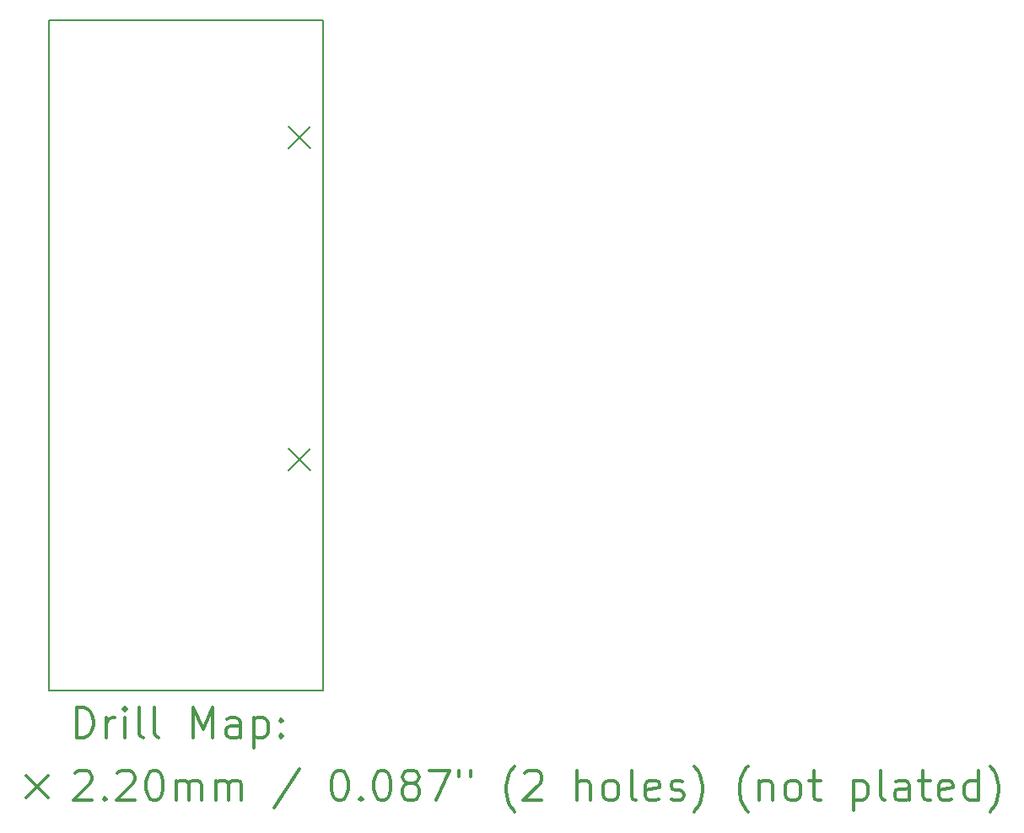
<source format=gbr>
%FSLAX45Y45*%
G04 Gerber Fmt 4.5, Leading zero omitted, Abs format (unit mm)*
G04 Created by KiCad (PCBNEW (5.0.0)) date 10/27/19 09:20:20*
%MOMM*%
%LPD*%
G01*
G04 APERTURE LIST*
%ADD10C,0.150000*%
%ADD11C,0.200000*%
%ADD12C,0.300000*%
G04 APERTURE END LIST*
D10*
X16164000Y-11902000D02*
X16163000Y-5178000D01*
X13407000Y-11904000D02*
X16164000Y-11902000D01*
X13406000Y-5177000D02*
X13407000Y-11904000D01*
X16163000Y-5178000D02*
X13406000Y-5177000D01*
D11*
X15813000Y-9479000D02*
X16033000Y-9699000D01*
X16033000Y-9479000D02*
X15813000Y-9699000D01*
X15813000Y-6244000D02*
X16033000Y-6464000D01*
X16033000Y-6244000D02*
X15813000Y-6464000D01*
D12*
X13684928Y-12377214D02*
X13684928Y-12077214D01*
X13756357Y-12077214D01*
X13799214Y-12091500D01*
X13827786Y-12120071D01*
X13842071Y-12148643D01*
X13856357Y-12205786D01*
X13856357Y-12248643D01*
X13842071Y-12305786D01*
X13827786Y-12334357D01*
X13799214Y-12362929D01*
X13756357Y-12377214D01*
X13684928Y-12377214D01*
X13984928Y-12377214D02*
X13984928Y-12177214D01*
X13984928Y-12234357D02*
X13999214Y-12205786D01*
X14013500Y-12191500D01*
X14042071Y-12177214D01*
X14070643Y-12177214D01*
X14170643Y-12377214D02*
X14170643Y-12177214D01*
X14170643Y-12077214D02*
X14156357Y-12091500D01*
X14170643Y-12105786D01*
X14184928Y-12091500D01*
X14170643Y-12077214D01*
X14170643Y-12105786D01*
X14356357Y-12377214D02*
X14327786Y-12362929D01*
X14313500Y-12334357D01*
X14313500Y-12077214D01*
X14513500Y-12377214D02*
X14484928Y-12362929D01*
X14470643Y-12334357D01*
X14470643Y-12077214D01*
X14856357Y-12377214D02*
X14856357Y-12077214D01*
X14956357Y-12291500D01*
X15056357Y-12077214D01*
X15056357Y-12377214D01*
X15327786Y-12377214D02*
X15327786Y-12220071D01*
X15313500Y-12191500D01*
X15284928Y-12177214D01*
X15227786Y-12177214D01*
X15199214Y-12191500D01*
X15327786Y-12362929D02*
X15299214Y-12377214D01*
X15227786Y-12377214D01*
X15199214Y-12362929D01*
X15184928Y-12334357D01*
X15184928Y-12305786D01*
X15199214Y-12277214D01*
X15227786Y-12262929D01*
X15299214Y-12262929D01*
X15327786Y-12248643D01*
X15470643Y-12177214D02*
X15470643Y-12477214D01*
X15470643Y-12191500D02*
X15499214Y-12177214D01*
X15556357Y-12177214D01*
X15584928Y-12191500D01*
X15599214Y-12205786D01*
X15613500Y-12234357D01*
X15613500Y-12320071D01*
X15599214Y-12348643D01*
X15584928Y-12362929D01*
X15556357Y-12377214D01*
X15499214Y-12377214D01*
X15470643Y-12362929D01*
X15742071Y-12348643D02*
X15756357Y-12362929D01*
X15742071Y-12377214D01*
X15727786Y-12362929D01*
X15742071Y-12348643D01*
X15742071Y-12377214D01*
X15742071Y-12191500D02*
X15756357Y-12205786D01*
X15742071Y-12220071D01*
X15727786Y-12205786D01*
X15742071Y-12191500D01*
X15742071Y-12220071D01*
X13178500Y-12761500D02*
X13398500Y-12981500D01*
X13398500Y-12761500D02*
X13178500Y-12981500D01*
X13670643Y-12735786D02*
X13684928Y-12721500D01*
X13713500Y-12707214D01*
X13784928Y-12707214D01*
X13813500Y-12721500D01*
X13827786Y-12735786D01*
X13842071Y-12764357D01*
X13842071Y-12792929D01*
X13827786Y-12835786D01*
X13656357Y-13007214D01*
X13842071Y-13007214D01*
X13970643Y-12978643D02*
X13984928Y-12992929D01*
X13970643Y-13007214D01*
X13956357Y-12992929D01*
X13970643Y-12978643D01*
X13970643Y-13007214D01*
X14099214Y-12735786D02*
X14113500Y-12721500D01*
X14142071Y-12707214D01*
X14213500Y-12707214D01*
X14242071Y-12721500D01*
X14256357Y-12735786D01*
X14270643Y-12764357D01*
X14270643Y-12792929D01*
X14256357Y-12835786D01*
X14084928Y-13007214D01*
X14270643Y-13007214D01*
X14456357Y-12707214D02*
X14484928Y-12707214D01*
X14513500Y-12721500D01*
X14527786Y-12735786D01*
X14542071Y-12764357D01*
X14556357Y-12821500D01*
X14556357Y-12892929D01*
X14542071Y-12950071D01*
X14527786Y-12978643D01*
X14513500Y-12992929D01*
X14484928Y-13007214D01*
X14456357Y-13007214D01*
X14427786Y-12992929D01*
X14413500Y-12978643D01*
X14399214Y-12950071D01*
X14384928Y-12892929D01*
X14384928Y-12821500D01*
X14399214Y-12764357D01*
X14413500Y-12735786D01*
X14427786Y-12721500D01*
X14456357Y-12707214D01*
X14684928Y-13007214D02*
X14684928Y-12807214D01*
X14684928Y-12835786D02*
X14699214Y-12821500D01*
X14727786Y-12807214D01*
X14770643Y-12807214D01*
X14799214Y-12821500D01*
X14813500Y-12850071D01*
X14813500Y-13007214D01*
X14813500Y-12850071D02*
X14827786Y-12821500D01*
X14856357Y-12807214D01*
X14899214Y-12807214D01*
X14927786Y-12821500D01*
X14942071Y-12850071D01*
X14942071Y-13007214D01*
X15084928Y-13007214D02*
X15084928Y-12807214D01*
X15084928Y-12835786D02*
X15099214Y-12821500D01*
X15127786Y-12807214D01*
X15170643Y-12807214D01*
X15199214Y-12821500D01*
X15213500Y-12850071D01*
X15213500Y-13007214D01*
X15213500Y-12850071D02*
X15227786Y-12821500D01*
X15256357Y-12807214D01*
X15299214Y-12807214D01*
X15327786Y-12821500D01*
X15342071Y-12850071D01*
X15342071Y-13007214D01*
X15927786Y-12692929D02*
X15670643Y-13078643D01*
X16313500Y-12707214D02*
X16342071Y-12707214D01*
X16370643Y-12721500D01*
X16384928Y-12735786D01*
X16399214Y-12764357D01*
X16413500Y-12821500D01*
X16413500Y-12892929D01*
X16399214Y-12950071D01*
X16384928Y-12978643D01*
X16370643Y-12992929D01*
X16342071Y-13007214D01*
X16313500Y-13007214D01*
X16284928Y-12992929D01*
X16270643Y-12978643D01*
X16256357Y-12950071D01*
X16242071Y-12892929D01*
X16242071Y-12821500D01*
X16256357Y-12764357D01*
X16270643Y-12735786D01*
X16284928Y-12721500D01*
X16313500Y-12707214D01*
X16542071Y-12978643D02*
X16556357Y-12992929D01*
X16542071Y-13007214D01*
X16527786Y-12992929D01*
X16542071Y-12978643D01*
X16542071Y-13007214D01*
X16742071Y-12707214D02*
X16770643Y-12707214D01*
X16799214Y-12721500D01*
X16813500Y-12735786D01*
X16827786Y-12764357D01*
X16842071Y-12821500D01*
X16842071Y-12892929D01*
X16827786Y-12950071D01*
X16813500Y-12978643D01*
X16799214Y-12992929D01*
X16770643Y-13007214D01*
X16742071Y-13007214D01*
X16713500Y-12992929D01*
X16699214Y-12978643D01*
X16684928Y-12950071D01*
X16670643Y-12892929D01*
X16670643Y-12821500D01*
X16684928Y-12764357D01*
X16699214Y-12735786D01*
X16713500Y-12721500D01*
X16742071Y-12707214D01*
X17013500Y-12835786D02*
X16984928Y-12821500D01*
X16970643Y-12807214D01*
X16956357Y-12778643D01*
X16956357Y-12764357D01*
X16970643Y-12735786D01*
X16984928Y-12721500D01*
X17013500Y-12707214D01*
X17070643Y-12707214D01*
X17099214Y-12721500D01*
X17113500Y-12735786D01*
X17127786Y-12764357D01*
X17127786Y-12778643D01*
X17113500Y-12807214D01*
X17099214Y-12821500D01*
X17070643Y-12835786D01*
X17013500Y-12835786D01*
X16984928Y-12850071D01*
X16970643Y-12864357D01*
X16956357Y-12892929D01*
X16956357Y-12950071D01*
X16970643Y-12978643D01*
X16984928Y-12992929D01*
X17013500Y-13007214D01*
X17070643Y-13007214D01*
X17099214Y-12992929D01*
X17113500Y-12978643D01*
X17127786Y-12950071D01*
X17127786Y-12892929D01*
X17113500Y-12864357D01*
X17099214Y-12850071D01*
X17070643Y-12835786D01*
X17227786Y-12707214D02*
X17427786Y-12707214D01*
X17299214Y-13007214D01*
X17527786Y-12707214D02*
X17527786Y-12764357D01*
X17642071Y-12707214D02*
X17642071Y-12764357D01*
X18084928Y-13121500D02*
X18070643Y-13107214D01*
X18042071Y-13064357D01*
X18027786Y-13035786D01*
X18013500Y-12992929D01*
X17999214Y-12921500D01*
X17999214Y-12864357D01*
X18013500Y-12792929D01*
X18027786Y-12750071D01*
X18042071Y-12721500D01*
X18070643Y-12678643D01*
X18084928Y-12664357D01*
X18184928Y-12735786D02*
X18199214Y-12721500D01*
X18227786Y-12707214D01*
X18299214Y-12707214D01*
X18327786Y-12721500D01*
X18342071Y-12735786D01*
X18356357Y-12764357D01*
X18356357Y-12792929D01*
X18342071Y-12835786D01*
X18170643Y-13007214D01*
X18356357Y-13007214D01*
X18713500Y-13007214D02*
X18713500Y-12707214D01*
X18842071Y-13007214D02*
X18842071Y-12850071D01*
X18827786Y-12821500D01*
X18799214Y-12807214D01*
X18756357Y-12807214D01*
X18727786Y-12821500D01*
X18713500Y-12835786D01*
X19027786Y-13007214D02*
X18999214Y-12992929D01*
X18984928Y-12978643D01*
X18970643Y-12950071D01*
X18970643Y-12864357D01*
X18984928Y-12835786D01*
X18999214Y-12821500D01*
X19027786Y-12807214D01*
X19070643Y-12807214D01*
X19099214Y-12821500D01*
X19113500Y-12835786D01*
X19127786Y-12864357D01*
X19127786Y-12950071D01*
X19113500Y-12978643D01*
X19099214Y-12992929D01*
X19070643Y-13007214D01*
X19027786Y-13007214D01*
X19299214Y-13007214D02*
X19270643Y-12992929D01*
X19256357Y-12964357D01*
X19256357Y-12707214D01*
X19527786Y-12992929D02*
X19499214Y-13007214D01*
X19442071Y-13007214D01*
X19413500Y-12992929D01*
X19399214Y-12964357D01*
X19399214Y-12850071D01*
X19413500Y-12821500D01*
X19442071Y-12807214D01*
X19499214Y-12807214D01*
X19527786Y-12821500D01*
X19542071Y-12850071D01*
X19542071Y-12878643D01*
X19399214Y-12907214D01*
X19656357Y-12992929D02*
X19684928Y-13007214D01*
X19742071Y-13007214D01*
X19770643Y-12992929D01*
X19784928Y-12964357D01*
X19784928Y-12950071D01*
X19770643Y-12921500D01*
X19742071Y-12907214D01*
X19699214Y-12907214D01*
X19670643Y-12892929D01*
X19656357Y-12864357D01*
X19656357Y-12850071D01*
X19670643Y-12821500D01*
X19699214Y-12807214D01*
X19742071Y-12807214D01*
X19770643Y-12821500D01*
X19884928Y-13121500D02*
X19899214Y-13107214D01*
X19927786Y-13064357D01*
X19942071Y-13035786D01*
X19956357Y-12992929D01*
X19970643Y-12921500D01*
X19970643Y-12864357D01*
X19956357Y-12792929D01*
X19942071Y-12750071D01*
X19927786Y-12721500D01*
X19899214Y-12678643D01*
X19884928Y-12664357D01*
X20427786Y-13121500D02*
X20413500Y-13107214D01*
X20384928Y-13064357D01*
X20370643Y-13035786D01*
X20356357Y-12992929D01*
X20342071Y-12921500D01*
X20342071Y-12864357D01*
X20356357Y-12792929D01*
X20370643Y-12750071D01*
X20384928Y-12721500D01*
X20413500Y-12678643D01*
X20427786Y-12664357D01*
X20542071Y-12807214D02*
X20542071Y-13007214D01*
X20542071Y-12835786D02*
X20556357Y-12821500D01*
X20584928Y-12807214D01*
X20627786Y-12807214D01*
X20656357Y-12821500D01*
X20670643Y-12850071D01*
X20670643Y-13007214D01*
X20856357Y-13007214D02*
X20827786Y-12992929D01*
X20813500Y-12978643D01*
X20799214Y-12950071D01*
X20799214Y-12864357D01*
X20813500Y-12835786D01*
X20827786Y-12821500D01*
X20856357Y-12807214D01*
X20899214Y-12807214D01*
X20927786Y-12821500D01*
X20942071Y-12835786D01*
X20956357Y-12864357D01*
X20956357Y-12950071D01*
X20942071Y-12978643D01*
X20927786Y-12992929D01*
X20899214Y-13007214D01*
X20856357Y-13007214D01*
X21042071Y-12807214D02*
X21156357Y-12807214D01*
X21084928Y-12707214D02*
X21084928Y-12964357D01*
X21099214Y-12992929D01*
X21127786Y-13007214D01*
X21156357Y-13007214D01*
X21484928Y-12807214D02*
X21484928Y-13107214D01*
X21484928Y-12821500D02*
X21513500Y-12807214D01*
X21570643Y-12807214D01*
X21599214Y-12821500D01*
X21613500Y-12835786D01*
X21627786Y-12864357D01*
X21627786Y-12950071D01*
X21613500Y-12978643D01*
X21599214Y-12992929D01*
X21570643Y-13007214D01*
X21513500Y-13007214D01*
X21484928Y-12992929D01*
X21799214Y-13007214D02*
X21770643Y-12992929D01*
X21756357Y-12964357D01*
X21756357Y-12707214D01*
X22042071Y-13007214D02*
X22042071Y-12850071D01*
X22027786Y-12821500D01*
X21999214Y-12807214D01*
X21942071Y-12807214D01*
X21913500Y-12821500D01*
X22042071Y-12992929D02*
X22013500Y-13007214D01*
X21942071Y-13007214D01*
X21913500Y-12992929D01*
X21899214Y-12964357D01*
X21899214Y-12935786D01*
X21913500Y-12907214D01*
X21942071Y-12892929D01*
X22013500Y-12892929D01*
X22042071Y-12878643D01*
X22142071Y-12807214D02*
X22256357Y-12807214D01*
X22184928Y-12707214D02*
X22184928Y-12964357D01*
X22199214Y-12992929D01*
X22227786Y-13007214D01*
X22256357Y-13007214D01*
X22470643Y-12992929D02*
X22442071Y-13007214D01*
X22384928Y-13007214D01*
X22356357Y-12992929D01*
X22342071Y-12964357D01*
X22342071Y-12850071D01*
X22356357Y-12821500D01*
X22384928Y-12807214D01*
X22442071Y-12807214D01*
X22470643Y-12821500D01*
X22484928Y-12850071D01*
X22484928Y-12878643D01*
X22342071Y-12907214D01*
X22742071Y-13007214D02*
X22742071Y-12707214D01*
X22742071Y-12992929D02*
X22713500Y-13007214D01*
X22656357Y-13007214D01*
X22627786Y-12992929D01*
X22613500Y-12978643D01*
X22599214Y-12950071D01*
X22599214Y-12864357D01*
X22613500Y-12835786D01*
X22627786Y-12821500D01*
X22656357Y-12807214D01*
X22713500Y-12807214D01*
X22742071Y-12821500D01*
X22856357Y-13121500D02*
X22870643Y-13107214D01*
X22899214Y-13064357D01*
X22913500Y-13035786D01*
X22927786Y-12992929D01*
X22942071Y-12921500D01*
X22942071Y-12864357D01*
X22927786Y-12792929D01*
X22913500Y-12750071D01*
X22899214Y-12721500D01*
X22870643Y-12678643D01*
X22856357Y-12664357D01*
M02*

</source>
